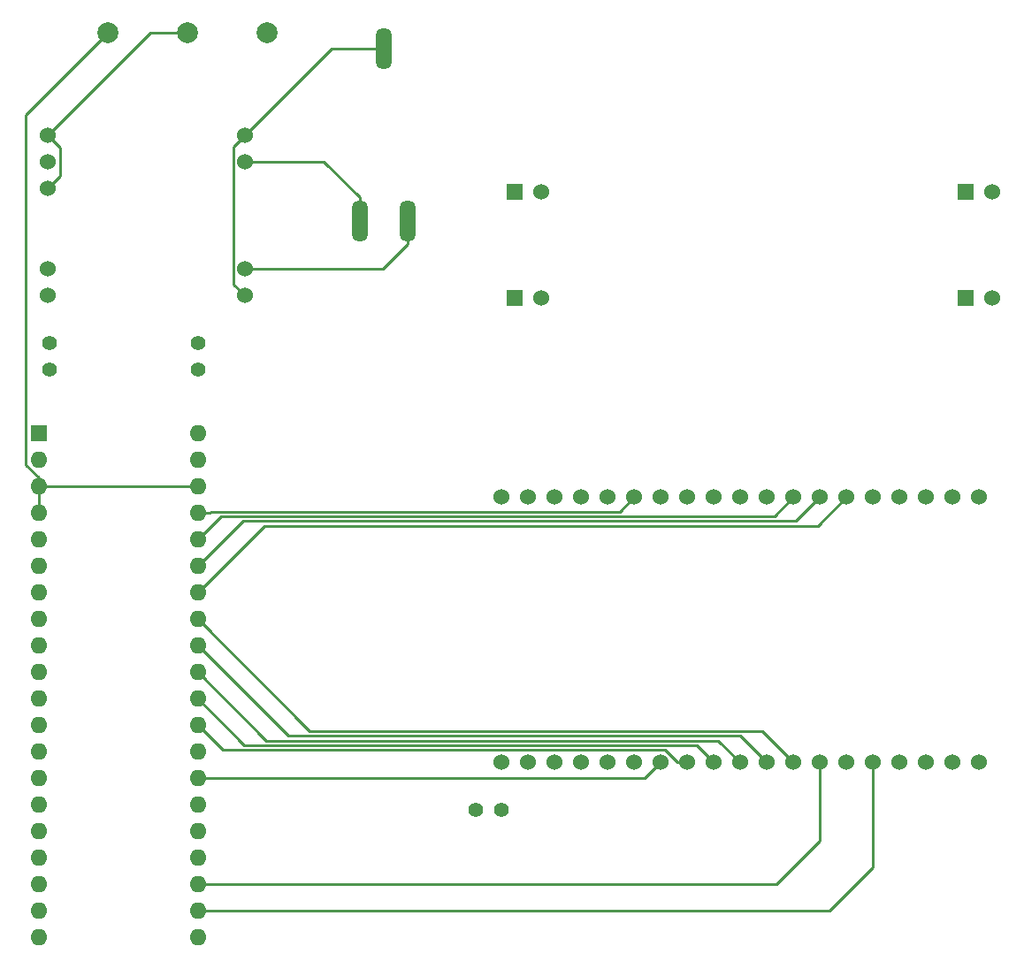
<source format=gbr>
G04 #@! TF.GenerationSoftware,KiCad,Pcbnew,(5.1.5)-3*
G04 #@! TF.CreationDate,2020-04-22T13:27:11+02:00*
G04 #@! TF.ProjectId,esp32_ym2149,65737033-325f-4796-9d32-3134392e6b69,rev?*
G04 #@! TF.SameCoordinates,Original*
G04 #@! TF.FileFunction,Copper,L1,Top*
G04 #@! TF.FilePolarity,Positive*
%FSLAX46Y46*%
G04 Gerber Fmt 4.6, Leading zero omitted, Abs format (unit mm)*
G04 Created by KiCad (PCBNEW (5.1.5)-3) date 2020-04-22 13:27:11*
%MOMM*%
%LPD*%
G04 APERTURE LIST*
%ADD10C,1.524000*%
%ADD11C,1.400000*%
%ADD12O,1.600000X1.600000*%
%ADD13R,1.600000X1.600000*%
%ADD14R,1.524000X1.524000*%
%ADD15C,2.000000*%
%ADD16O,1.524000X4.000000*%
%ADD17C,0.250000*%
G04 APERTURE END LIST*
D10*
X119253000Y-67056000D03*
X119253000Y-64516000D03*
X119253000Y-56770000D03*
X119253000Y-54230000D03*
X119253000Y-51690000D03*
X138144000Y-67056000D03*
X138144000Y-64516000D03*
X138144000Y-54229000D03*
X138144000Y-51689000D03*
D11*
X133604000Y-74128000D03*
X133604000Y-71628000D03*
X162687000Y-116332000D03*
X160187000Y-116332000D03*
D12*
X133604000Y-80264000D03*
X118364000Y-128524000D03*
X133604000Y-82804000D03*
X118364000Y-125984000D03*
X133604000Y-85344000D03*
X118364000Y-123444000D03*
X133604000Y-87884000D03*
X118364000Y-120904000D03*
X133604000Y-90424000D03*
X118364000Y-118364000D03*
X133604000Y-92964000D03*
X118364000Y-115824000D03*
X133604000Y-95504000D03*
X118364000Y-113284000D03*
X133604000Y-98044000D03*
X118364000Y-110744000D03*
X133604000Y-100584000D03*
X118364000Y-108204000D03*
X133604000Y-103124000D03*
X118364000Y-105664000D03*
X133604000Y-105664000D03*
X118364000Y-103124000D03*
X133604000Y-108204000D03*
X118364000Y-100584000D03*
X133604000Y-110744000D03*
X118364000Y-98044000D03*
X133604000Y-113284000D03*
X118364000Y-95504000D03*
X133604000Y-115824000D03*
X118364000Y-92964000D03*
X133604000Y-118364000D03*
X118364000Y-90424000D03*
X133604000Y-120904000D03*
X118364000Y-87884000D03*
X133604000Y-123444000D03*
X118364000Y-85344000D03*
X133604000Y-125984000D03*
X118364000Y-82804000D03*
X133604000Y-128524000D03*
D13*
X118364000Y-80264000D03*
D10*
X208407000Y-86360000D03*
X205867000Y-86360000D03*
X203327000Y-86360000D03*
X200787000Y-86360000D03*
X198247000Y-86360000D03*
X195707000Y-86360000D03*
X193167000Y-86360000D03*
X190627000Y-86360000D03*
X188087000Y-86360000D03*
X185547000Y-86360000D03*
X183007000Y-86360000D03*
X180467000Y-86360000D03*
X177927000Y-86360000D03*
X175387000Y-86360000D03*
X172847000Y-86360000D03*
X170307000Y-86360000D03*
X167767000Y-86360000D03*
X165227000Y-86360000D03*
X162687000Y-86360000D03*
X208407000Y-111760000D03*
X205867000Y-111760000D03*
X203327000Y-111760000D03*
X200787000Y-111760000D03*
X198247000Y-111760000D03*
X195707000Y-111760000D03*
X193167000Y-111760000D03*
X190627000Y-111760000D03*
X188087000Y-111760000D03*
X185547000Y-111760000D03*
X183007000Y-111760000D03*
X180467000Y-111760000D03*
X177927000Y-111760000D03*
X175387000Y-111760000D03*
X172847000Y-111760000D03*
X170307000Y-111760000D03*
X167767000Y-111760000D03*
X165227000Y-111760000D03*
X162687000Y-111760000D03*
D14*
X163957000Y-57150000D03*
X207137000Y-57150000D03*
D10*
X209677000Y-57150000D03*
X166497000Y-57150000D03*
X209677000Y-67310000D03*
D14*
X207137000Y-67310000D03*
X163957000Y-67310000D03*
D10*
X166497000Y-67310000D03*
D11*
X119380000Y-71628000D03*
X119380000Y-74128000D03*
D15*
X140208000Y-41910000D03*
X132588000Y-41910000D03*
X124968000Y-41910000D03*
D16*
X151384000Y-43370500D03*
X149098000Y-59880500D03*
X153733500Y-59880500D03*
D17*
X183007000Y-111760000D02*
X181369989Y-110122989D01*
X138062989Y-110122989D02*
X133604000Y-105664000D01*
X181369989Y-110122989D02*
X138062989Y-110122989D01*
X185547000Y-111760000D02*
X183459979Y-109672979D01*
X140152979Y-109672979D02*
X133604000Y-103124000D01*
X183459979Y-109672979D02*
X140152979Y-109672979D01*
X188087000Y-111760000D02*
X185549969Y-109222969D01*
X142242969Y-109222969D02*
X133604000Y-100584000D01*
X185549969Y-109222969D02*
X142242969Y-109222969D01*
X190627000Y-111760000D02*
X187639959Y-108772959D01*
X144332959Y-108772959D02*
X133604000Y-98044000D01*
X187639959Y-108772959D02*
X144332959Y-108772959D01*
X176403000Y-113284000D02*
X133604000Y-113284000D01*
X177927000Y-111760000D02*
X176403000Y-113284000D01*
X178348761Y-110572999D02*
X135972999Y-110572999D01*
X180467000Y-111760000D02*
X179535762Y-111760000D01*
X135972999Y-110572999D02*
X133604000Y-108204000D01*
X179535762Y-111760000D02*
X178348761Y-110572999D01*
X134403999Y-94704001D02*
X133604000Y-95504000D01*
X140025010Y-89082990D02*
X134403999Y-94704001D01*
X192984010Y-89082990D02*
X140025010Y-89082990D01*
X195707000Y-86360000D02*
X192984010Y-89082990D01*
X193167000Y-86360000D02*
X190894020Y-88632980D01*
X137935020Y-88632980D02*
X133604000Y-92964000D01*
X190894020Y-88632980D02*
X137935020Y-88632980D01*
X190627000Y-86360000D02*
X188804030Y-88182970D01*
X135845030Y-88182970D02*
X133604000Y-90424000D01*
X188804030Y-88182970D02*
X135845030Y-88182970D01*
X175387000Y-86360000D02*
X174014040Y-87732960D01*
X134735370Y-87884000D02*
X133604000Y-87884000D01*
X134886410Y-87732960D02*
X134735370Y-87884000D01*
X174014040Y-87732960D02*
X134886410Y-87732960D01*
X193167000Y-119253000D02*
X193167000Y-111760000D01*
X133604000Y-123444000D02*
X188976000Y-123444000D01*
X188976000Y-123444000D02*
X193167000Y-119253000D01*
X198247000Y-111760000D02*
X198247000Y-121793000D01*
X194056000Y-125984000D02*
X133604000Y-125984000D01*
X198247000Y-121793000D02*
X194056000Y-125984000D01*
X133604000Y-85344000D02*
X118364000Y-85344000D01*
X118364000Y-87884000D02*
X118364000Y-85344000D01*
X123968001Y-42909999D02*
X124968000Y-41910000D01*
X117138999Y-49739001D02*
X123968001Y-42909999D01*
X117138999Y-83244001D02*
X117138999Y-49739001D01*
X118364000Y-84469002D02*
X117138999Y-83244001D01*
X118364000Y-85344000D02*
X118364000Y-84469002D01*
X120014999Y-52451999D02*
X119253000Y-51690000D01*
X120440001Y-52877001D02*
X120014999Y-52451999D01*
X120440001Y-55582999D02*
X120440001Y-52877001D01*
X119253000Y-56770000D02*
X120440001Y-55582999D01*
X129033000Y-41910000D02*
X132588000Y-41910000D01*
X119253000Y-51690000D02*
X129033000Y-41910000D01*
X146462500Y-43370500D02*
X151384000Y-43370500D01*
X138144000Y-51689000D02*
X146462500Y-43370500D01*
X137382001Y-52450999D02*
X138144000Y-51689000D01*
X137056999Y-52776001D02*
X137382001Y-52450999D01*
X137056999Y-65968999D02*
X137056999Y-52776001D01*
X138144000Y-67056000D02*
X137056999Y-65968999D01*
X153733500Y-62130500D02*
X153733500Y-59880500D01*
X151348000Y-64516000D02*
X153733500Y-62130500D01*
X138144000Y-64516000D02*
X151348000Y-64516000D01*
X149098000Y-57630500D02*
X149098000Y-59880500D01*
X145696500Y-54229000D02*
X149098000Y-57630500D01*
X138144000Y-54229000D02*
X145696500Y-54229000D01*
M02*

</source>
